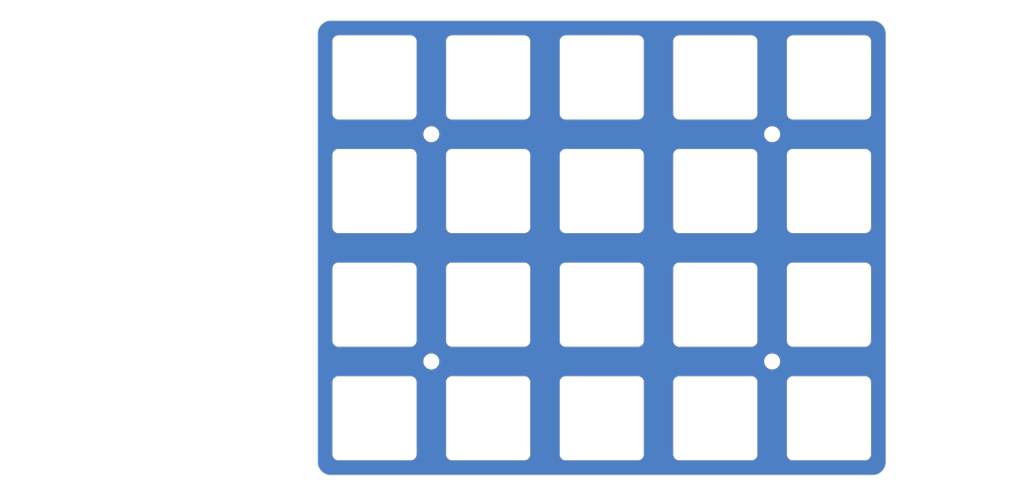
<source format=kicad_pcb>
(kicad_pcb (version 20241229) (generator "pcbnew") (generator_version "9.0")
  (layers (0 "F.Cu" signal) (2 "B.Cu" signal) (13 "F.Paste" user) (15 "B.Paste" user) (5 "F.SilkS" user "F.Silkscreen") (7 "B.SilkS" user "B.Silkscreen") (1 "F.Mask" user) (3 "B.Mask" user) (25 "Edge.Cuts" user))
  (net 0 "")
  (footprint "DreaM117er-keebLibrary:SW_Keyboard_Hole_1.00u" (layer "F.Cu") (at 173.849676 76.624911)
    (property "Reference" "L19" (hide yes))
    (property "Value" "Key_edge")
    (fp_line (start -7.049978 -6.049978) (end -7.049978 6.049978) (stroke (width 0.05)) (layer "Edge.Cuts"))
    (fp_line (start -6.049978 -7.049978) (end 6.049978 -7.049978) (stroke (width 0.05)) (layer "Edge.Cuts"))
    (fp_line (start -6.049978 7.049978) (end 6.049978 7.049978) (stroke (width 0.05)) (layer "Edge.Cuts"))
    (fp_line (start 7.049978 -6.049978) (end 7.049978 6.049978) (stroke (width 0.05)) (layer "Edge.Cuts"))
    (fp_arc (start -7.049978 -6.049978) (mid -6.757085 -6.757085) (end -6.049978 -7.049978) (stroke (width 0.05)) (layer "Edge.Cuts"))
    (fp_arc (start -6.049978 7.049978) (mid -6.757085 6.757085) (end -7.049978 6.049978) (stroke (width 0.05)) (layer "Edge.Cuts"))
    (fp_arc (start 6.049978 -7.049978) (mid 6.757085 -6.757085) (end 7.049978 -6.049978) (stroke (width 0.05)) (layer "Edge.Cuts"))
    (fp_arc (start 7.049978 6.049978) (mid 6.757085 6.757085) (end 6.049978 7.049978) (stroke (width 0.05)) (layer "Edge.Cuts"))
  )
  (footprint "MountingHole:MountingHole_2.2mm_M2" (layer "F.Cu") (at 164.325 86.15)
    (property "Reference" "H4" (hide yes))
    (property "Value" "M2")
    (pad "" np_thru_hole circle (at 0 0) (size 2.2 2.2) (drill 2.2) (layers "*.Cu" "*.Mask"))
  )
  (footprint "DreaM117er-keebLibrary:SW_Keyboard_Hole_1.00u" (layer "F.Cu") (at 97.649676 57.574911)
    (property "Reference" "L2" (hide yes))
    (property "Value" "Key_edge")
    (fp_line (start -7.049978 -6.049978) (end -7.049978 6.049978) (stroke (width 0.05)) (layer "Edge.Cuts"))
    (fp_line (start -6.049978 -7.049978) (end 6.049978 -7.049978) (stroke (width 0.05)) (layer "Edge.Cuts"))
    (fp_line (start -6.049978 7.049978) (end 6.049978 7.049978) (stroke (width 0.05)) (layer "Edge.Cuts"))
    (fp_line (start 7.049978 -6.049978) (end 7.049978 6.049978) (stroke (width 0.05)) (layer "Edge.Cuts"))
    (fp_arc (start -7.049978 -6.049978) (mid -6.757085 -6.757085) (end -6.049978 -7.049978) (stroke (width 0.05)) (layer "Edge.Cuts"))
    (fp_arc (start -6.049978 7.049978) (mid -6.757085 6.757085) (end -7.049978 6.049978) (stroke (width 0.05)) (layer "Edge.Cuts"))
    (fp_arc (start 6.049978 -7.049978) (mid 6.757085 -6.757085) (end 7.049978 -6.049978) (stroke (width 0.05)) (layer "Edge.Cuts"))
    (fp_arc (start 7.049978 6.049978) (mid 6.757085 6.757085) (end 6.049978 7.049978) (stroke (width 0.05)) (layer "Edge.Cuts"))
  )
  (footprint "DreaM117er-keebLibrary:SW_Keyboard_Hole_1.00u" (layer "F.Cu") (at 154.799676 57.574911)
    (property "Reference" "L14" (hide yes))
    (property "Value" "Key_edge")
    (fp_line (start -7.049978 -6.049978) (end -7.049978 6.049978) (stroke (width 0.05)) (layer "Edge.Cuts"))
    (fp_line (start -6.049978 -7.049978) (end 6.049978 -7.049978) (stroke (width 0.05)) (layer "Edge.Cuts"))
    (fp_line (start -6.049978 7.049978) (end 6.049978 7.049978) (stroke (width 0.05)) (layer "Edge.Cuts"))
    (fp_line (start 7.049978 -6.049978) (end 7.049978 6.049978) (stroke (width 0.05)) (layer "Edge.Cuts"))
    (fp_arc (start -7.049978 -6.049978) (mid -6.757085 -6.757085) (end -6.049978 -7.049978) (stroke (width 0.05)) (layer "Edge.Cuts"))
    (fp_arc (start -6.049978 7.049978) (mid -6.757085 6.757085) (end -7.049978 6.049978) (stroke (width 0.05)) (layer "Edge.Cuts"))
    (fp_arc (start 6.049978 -7.049978) (mid 6.757085 -6.757085) (end 7.049978 -6.049978) (stroke (width 0.05)) (layer "Edge.Cuts"))
    (fp_arc (start 7.049978 6.049978) (mid 6.757085 6.757085) (end 6.049978 7.049978) (stroke (width 0.05)) (layer "Edge.Cuts"))
  )
  (footprint "DreaM117er-keebLibrary:SW_Keyboard_Hole_1.00u" (layer "F.Cu") (at 116.699676 76.624911)
    (property "Reference" "L7" (hide yes))
    (property "Value" "Key_edge")
    (fp_line (start -7.049978 -6.049978) (end -7.049978 6.049978) (stroke (width 0.05)) (layer "Edge.Cuts"))
    (fp_line (start -6.049978 -7.049978) (end 6.049978 -7.049978) (stroke (width 0.05)) (layer "Edge.Cuts"))
    (fp_line (start -6.049978 7.049978) (end 6.049978 7.049978) (stroke (width 0.05)) (layer "Edge.Cuts"))
    (fp_line (start 7.049978 -6.049978) (end 7.049978 6.049978) (stroke (width 0.05)) (layer "Edge.Cuts"))
    (fp_arc (start -7.049978 -6.049978) (mid -6.757085 -6.757085) (end -6.049978 -7.049978) (stroke (width 0.05)) (layer "Edge.Cuts"))
    (fp_arc (start -6.049978 7.049978) (mid -6.757085 6.757085) (end -7.049978 6.049978) (stroke (width 0.05)) (layer "Edge.Cuts"))
    (fp_arc (start 6.049978 -7.049978) (mid 6.757085 -6.757085) (end 7.049978 -6.049978) (stroke (width 0.05)) (layer "Edge.Cuts"))
    (fp_arc (start 7.049978 6.049978) (mid 6.757085 6.757085) (end 6.049978 7.049978) (stroke (width 0.05)) (layer "Edge.Cuts"))
  )
  (footprint "DreaM117er-keebLibrary:SW_Keyboard_Hole_1.00u" (layer "F.Cu") (at 154.799676 95.674911)
    (property "Reference" "L16" (hide yes))
    (property "Value" "Key_edge")
    (fp_line (start -7.049978 -6.049978) (end -7.049978 6.049978) (stroke (width 0.05)) (layer "Edge.Cuts"))
    (fp_line (start -6.049978 -7.049978) (end 6.049978 -7.049978) (stroke (width 0.05)) (layer "Edge.Cuts"))
    (fp_line (start -6.049978 7.049978) (end 6.049978 7.049978) (stroke (width 0.05)) (layer "Edge.Cuts"))
    (fp_line (start 7.049978 -6.049978) (end 7.049978 6.049978) (stroke (width 0.05)) (layer "Edge.Cuts"))
    (fp_arc (start -7.049978 -6.049978) (mid -6.757085 -6.757085) (end -6.049978 -7.049978) (stroke (width 0.05)) (layer "Edge.Cuts"))
    (fp_arc (start -6.049978 7.049978) (mid -6.757085 6.757085) (end -7.049978 6.049978) (stroke (width 0.05)) (layer "Edge.Cuts"))
    (fp_arc (start 6.049978 -7.049978) (mid 6.757085 -6.757085) (end 7.049978 -6.049978) (stroke (width 0.05)) (layer "Edge.Cuts"))
    (fp_arc (start 7.049978 6.049978) (mid 6.757085 6.757085) (end 6.049978 7.049978) (stroke (width 0.05)) (layer "Edge.Cuts"))
  )
  (footprint "DreaM117er-keebLibrary:SW_Keyboard_Hole_1.00u" (layer "F.Cu") (at 135.749676 57.574911)
    (property "Reference" "L10" (hide yes))
    (property "Value" "Key_edge")
    (fp_line (start -7.049978 -6.049978) (end -7.049978 6.049978) (stroke (width 0.05)) (layer "Edge.Cuts"))
    (fp_line (start -6.049978 -7.049978) (end 6.049978 -7.049978) (stroke (width 0.05)) (layer "Edge.Cuts"))
    (fp_line (start -6.049978 7.049978) (end 6.049978 7.049978) (stroke (width 0.05)) (layer "Edge.Cuts"))
    (fp_line (start 7.049978 -6.049978) (end 7.049978 6.049978) (stroke (width 0.05)) (layer "Edge.Cuts"))
    (fp_arc (start -7.049978 -6.049978) (mid -6.757085 -6.757085) (end -6.049978 -7.049978) (stroke (width 0.05)) (layer "Edge.Cuts"))
    (fp_arc (start -6.049978 7.049978) (mid -6.757085 6.757085) (end -7.049978 6.049978) (stroke (width 0.05)) (layer "Edge.Cuts"))
    (fp_arc (start 6.049978 -7.049978) (mid 6.757085 -6.757085) (end 7.049978 -6.049978) (stroke (width 0.05)) (layer "Edge.Cuts"))
    (fp_arc (start 7.049978 6.049978) (mid 6.757085 6.757085) (end 6.049978 7.049978) (stroke (width 0.05)) (layer "Edge.Cuts"))
  )
  (footprint "DreaM117er-keebLibrary:SW_Keyboard_Hole_1.00u" (layer "F.Cu") (at 173.849676 95.674911)
    (property "Reference" "L20" (hide yes))
    (property "Value" "Key_edge")
    (fp_line (start -7.049978 -6.049978) (end -7.049978 6.049978) (stroke (width 0.05)) (layer "Edge.Cuts"))
    (fp_line (start -6.049978 -7.049978) (end 6.049978 -7.049978) (stroke (width 0.05)) (layer "Edge.Cuts"))
    (fp_line (start -6.049978 7.049978) (end 6.049978 7.049978) (stroke (width 0.05)) (layer "Edge.Cuts"))
    (fp_line (start 7.049978 -6.049978) (end 7.049978 6.049978) (stroke (width 0.05)) (layer "Edge.Cuts"))
    (fp_arc (start -7.049978 -6.049978) (mid -6.757085 -6.757085) (end -6.049978 -7.049978) (stroke (width 0.05)) (layer "Edge.Cuts"))
    (fp_arc (start -6.049978 7.049978) (mid -6.757085 6.757085) (end -7.049978 6.049978) (stroke (width 0.05)) (layer "Edge.Cuts"))
    (fp_arc (start 6.049978 -7.049978) (mid 6.757085 -6.757085) (end 7.049978 -6.049978) (stroke (width 0.05)) (layer "Edge.Cuts"))
    (fp_arc (start 7.049978 6.049978) (mid 6.757085 6.757085) (end 6.049978 7.049978) (stroke (width 0.05)) (layer "Edge.Cuts"))
  )
  (footprint "MountingHole:MountingHole_2.2mm_M2" (layer "F.Cu") (at 107.175 48.05)
    (property "Reference" "H1" (hide yes))
    (property "Value" "M2")
    (pad "" np_thru_hole circle (at 0 0) (size 2.2 2.2) (drill 2.2) (layers "*.Cu" "*.Mask"))
  )
  (footprint "DreaM117er-keebLibrary:SW_Keyboard_Hole_1.00u" (layer "F.Cu") (at 173.849676 57.574911)
    (property "Reference" "L18" (hide yes))
    (property "Value" "Key_edge")
    (fp_line (start -7.049978 -6.049978) (end -7.049978 6.049978) (stroke (width 0.05)) (layer "Edge.Cuts"))
    (fp_line (start -6.049978 -7.049978) (end 6.049978 -7.049978) (stroke (width 0.05)) (layer "Edge.Cuts"))
    (fp_line (start -6.049978 7.049978) (end 6.049978 7.049978) (stroke (width 0.05)) (layer "Edge.Cuts"))
    (fp_line (start 7.049978 -6.049978) (end 7.049978 6.049978) (stroke (width 0.05)) (layer "Edge.Cuts"))
    (fp_arc (start -7.049978 -6.049978) (mid -6.757085 -6.757085) (end -6.049978 -7.049978) (stroke (width 0.05)) (layer "Edge.Cuts"))
    (fp_arc (start -6.049978 7.049978) (mid -6.757085 6.757085) (end -7.049978 6.049978) (stroke (width 0.05)) (layer "Edge.Cuts"))
    (fp_arc (start 6.049978 -7.049978) (mid 6.757085 -6.757085) (end 7.049978 -6.049978) (stroke (width 0.05)) (layer "Edge.Cuts"))
    (fp_arc (start 7.049978 6.049978) (mid 6.757085 6.757085) (end 6.049978 7.049978) (stroke (width 0.05)) (layer "Edge.Cuts"))
  )
  (footprint "MountingHole:MountingHole_2.2mm_M2" (layer "F.Cu") (at 107.175 86.15)
    (property "Reference" "H2" (hide yes))
    (property "Value" "M2")
    (pad "" np_thru_hole circle (at 0 0) (size 2.2 2.2) (drill 2.2) (layers "*.Cu" "*.Mask"))
  )
  (footprint "DreaM117er-keebLibrary:SW_Keyboard_Hole_1.00u" (layer "F.Cu") (at 97.649676 95.674911)
    (property "Reference" "L4" (hide yes))
    (property "Value" "Key_edge")
    (fp_line (start -7.049978 -6.049978) (end -7.049978 6.049978) (stroke (width 0.05)) (layer "Edge.Cuts"))
    (fp_line (start -6.049978 -7.049978) (end 6.049978 -7.049978) (stroke (width 0.05)) (layer "Edge.Cuts"))
    (fp_line (start -6.049978 7.049978) (end 6.049978 7.049978) (stroke (width 0.05)) (layer "Edge.Cuts"))
    (fp_line (start 7.049978 -6.049978) (end 7.049978 6.049978) (stroke (width 0.05)) (layer "Edge.Cuts"))
    (fp_arc (start -7.049978 -6.049978) (mid -6.757085 -6.757085) (end -6.049978 -7.049978) (stroke (width 0.05)) (layer "Edge.Cuts"))
    (fp_arc (start -6.049978 7.049978) (mid -6.757085 6.757085) (end -7.049978 6.049978) (stroke (width 0.05)) (layer "Edge.Cuts"))
    (fp_arc (start 6.049978 -7.049978) (mid 6.757085 -6.757085) (end 7.049978 -6.049978) (stroke (width 0.05)) (layer "Edge.Cuts"))
    (fp_arc (start 7.049978 6.049978) (mid 6.757085 6.757085) (end 6.049978 7.049978) (stroke (width 0.05)) (layer "Edge.Cuts"))
  )
  (footprint "DreaM117er-keebLibrary:SW_Keyboard_Hole_1.00u" (layer "F.Cu") (at 154.799676 38.524911)
    (property "Reference" "L13" (hide yes))
    (property "Value" "Key_edge")
    (fp_line (start -7.049978 -6.049978) (end -7.049978 6.049978) (stroke (width 0.05)) (layer "Edge.Cuts"))
    (fp_line (start -6.049978 -7.049978) (end 6.049978 -7.049978) (stroke (width 0.05)) (layer "Edge.Cuts"))
    (fp_line (start -6.049978 7.049978) (end 6.049978 7.049978) (stroke (width 0.05)) (layer "Edge.Cuts"))
    (fp_line (start 7.049978 -6.049978) (end 7.049978 6.049978) (stroke (width 0.05)) (layer "Edge.Cuts"))
    (fp_arc (start -7.049978 -6.049978) (mid -6.757085 -6.757085) (end -6.049978 -7.049978) (stroke (width 0.05)) (layer "Edge.Cuts"))
    (fp_arc (start -6.049978 7.049978) (mid -6.757085 6.757085) (end -7.049978 6.049978) (stroke (width 0.05)) (layer "Edge.Cuts"))
    (fp_arc (start 6.049978 -7.049978) (mid 6.757085 -6.757085) (end 7.049978 -6.049978) (stroke (width 0.05)) (layer "Edge.Cuts"))
    (fp_arc (start 7.049978 6.049978) (mid 6.757085 6.757085) (end 6.049978 7.049978) (stroke (width 0.05)) (layer "Edge.Cuts"))
  )
  (footprint "DreaM117er-keebLibrary:SW_Keyboard_Hole_1.00u" (layer "F.Cu") (at 116.699676 57.574911)
    (property "Reference" "L6" (hide yes))
    (property "Value" "Key_edge")
    (fp_line (start -7.049978 -6.049978) (end -7.049978 6.049978) (stroke (width 0.05)) (layer "Edge.Cuts"))
    (fp_line (start -6.049978 -7.049978) (end 6.049978 -7.049978) (stroke (width 0.05)) (layer "Edge.Cuts"))
    (fp_line (start -6.049978 7.049978) (end 6.049978 7.049978) (stroke (width 0.05)) (layer "Edge.Cuts"))
    (fp_line (start 7.049978 -6.049978) (end 7.049978 6.049978) (stroke (width 0.05)) (layer "Edge.Cuts"))
    (fp_arc (start -7.049978 -6.049978) (mid -6.757085 -6.757085) (end -6.049978 -7.049978) (stroke (width 0.05)) (layer "Edge.Cuts"))
    (fp_arc (start -6.049978 7.049978) (mid -6.757085 6.757085) (end -7.049978 6.049978) (stroke (width 0.05)) (layer "Edge.Cuts"))
    (fp_arc (start 6.049978 -7.049978) (mid 6.757085 -6.757085) (end 7.049978 -6.049978) (stroke (width 0.05)) (layer "Edge.Cuts"))
    (fp_arc (start 7.049978 6.049978) (mid 6.757085 6.757085) (end 6.049978 7.049978) (stroke (width 0.05)) (layer "Edge.Cuts"))
  )
  (footprint "DreaM117er-keebLibrary:SW_Keyboard_Hole_1.00u" (layer "F.Cu") (at 97.649676 38.524911)
    (property "Reference" "L1" (hide yes))
    (property "Value" "Key_edge")
    (fp_line (start -7.049978 -6.049978) (end -7.049978 6.049978) (stroke (width 0.05)) (layer "Edge.Cuts"))
    (fp_line (start -6.049978 -7.049978) (end 6.049978 -7.049978) (stroke (width 0.05)) (layer "Edge.Cuts"))
    (fp_line (start -6.049978 7.049978) (end 6.049978 7.049978) (stroke (width 0.05)) (layer "Edge.Cuts"))
    (fp_line (start 7.049978 -6.049978) (end 7.049978 6.049978) (stroke (width 0.05)) (layer "Edge.Cuts"))
    (fp_arc (start -7.049978 -6.049978) (mid -6.757085 -6.757085) (end -6.049978 -7.049978) (stroke (width 0.05)) (layer "Edge.Cuts"))
    (fp_arc (start -6.049978 7.049978) (mid -6.757085 6.757085) (end -7.049978 6.049978) (stroke (width 0.05)) (layer "Edge.Cuts"))
    (fp_arc (start 6.049978 -7.049978) (mid 6.757085 -6.757085) (end 7.049978 -6.049978) (stroke (width 0.05)) (layer "Edge.Cuts"))
    (fp_arc (start 7.049978 6.049978) (mid 6.757085 6.757085) (end 6.049978 7.049978) (stroke (width 0.05)) (layer "Edge.Cuts"))
  )
  (footprint "DreaM117er-keebLibrary:SW_Keyboard_Hole_1.00u" (layer "F.Cu") (at 173.849676 38.524911)
    (property "Reference" "L17" (hide yes))
    (property "Value" "Key_edge")
    (fp_line (start -7.049978 -6.049978) (end -7.049978 6.049978) (stroke (width 0.05)) (layer "Edge.Cuts"))
    (fp_line (start -6.049978 -7.049978) (end 6.049978 -7.049978) (stroke (width 0.05)) (layer "Edge.Cuts"))
    (fp_line (start -6.049978 7.049978) (end 6.049978 7.049978) (stroke (width 0.05)) (layer "Edge.Cuts"))
    (fp_line (start 7.049978 -6.049978) (end 7.049978 6.049978) (stroke (width 0.05)) (layer "Edge.Cuts"))
    (fp_arc (start -7.049978 -6.049978) (mid -6.757085 -6.757085) (end -6.049978 -7.049978) (stroke (width 0.05)) (layer "Edge.Cuts"))
    (fp_arc (start -6.049978 7.049978) (mid -6.757085 6.757085) (end -7.049978 6.049978) (stroke (width 0.05)) (layer "Edge.Cuts"))
    (fp_arc (start 6.049978 -7.049978) (mid 6.757085 -6.757085) (end 7.049978 -6.049978) (stroke (width 0.05)) (layer "Edge.Cuts"))
    (fp_arc (start 7.049978 6.049978) (mid 6.757085 6.757085) (end 6.049978 7.049978) (stroke (width 0.05)) (layer "Edge.Cuts"))
  )
  (footprint "DreaM117er-keebLibrary:SW_Keyboard_Hole_1.00u" (layer "F.Cu") (at 116.699676 38.524911)
    (property "Reference" "L5" (hide yes))
    (property "Value" "Key_edge")
    (fp_line (start -7.049978 -6.049978) (end -7.049978 6.049978) (stroke (width 0.05)) (layer "Edge.Cuts"))
    (fp_line (start -6.049978 -7.049978) (end 6.049978 -7.049978) (stroke (width 0.05)) (layer "Edge.Cuts"))
    (fp_line (start -6.049978 7.049978) (end 6.049978 7.049978) (stroke (width 0.05)) (layer "Edge.Cuts"))
    (fp_line (start 7.049978 -6.049978) (end 7.049978 6.049978) (stroke (width 0.05)) (layer "Edge.Cuts"))
    (fp_arc (start -7.049978 -6.049978) (mid -6.757085 -6.757085) (end -6.049978 -7.049978) (stroke (width 0.05)) (layer "Edge.Cuts"))
    (fp_arc (start -6.049978 7.049978) (mid -6.757085 6.757085) (end -7.049978 6.049978) (stroke (width 0.05)) (layer "Edge.Cuts"))
    (fp_arc (start 6.049978 -7.049978) (mid 6.757085 -6.757085) (end 7.049978 -6.049978) (stroke (width 0.05)) (layer "Edge.Cuts"))
    (fp_arc (start 7.049978 6.049978) (mid 6.757085 6.757085) (end 6.049978 7.049978) (stroke (width 0.05)) (layer "Edge.Cuts"))
  )
  (footprint "MountingHole:MountingHole_2.2mm_M2" (layer "F.Cu") (at 164.325 48.05)
    (property "Reference" "H3" (hide yes))
    (property "Value" "M2")
    (pad "" np_thru_hole circle (at 0 0) (size 2.2 2.2) (drill 2.2) (layers "*.Cu" "*.Mask"))
  )
  (footprint "DreaM117er-keebLibrary:SW_Keyboard_Hole_1.00u" (layer "F.Cu") (at 97.649676 76.624911)
    (property "Reference" "L3" (hide yes))
    (property "Value" "Key_edge")
    (fp_line (start -7.049978 -6.049978) (end -7.049978 6.049978) (stroke (width 0.05)) (layer "Edge.Cuts"))
    (fp_line (start -6.049978 -7.049978) (end 6.049978 -7.049978) (stroke (width 0.05)) (layer "Edge.Cuts"))
    (fp_line (start -6.049978 7.049978) (end 6.049978 7.049978) (stroke (width 0.05)) (layer "Edge.Cuts"))
    (fp_line (start 7.049978 -6.049978) (end 7.049978 6.049978) (stroke (width 0.05)) (layer "Edge.Cuts"))
    (fp_arc (start -7.049978 -6.049978) (mid -6.757085 -6.757085) (end -6.049978 -7.049978) (stroke (width 0.05)) (layer "Edge.Cuts"))
    (fp_arc (start -6.049978 7.049978) (mid -6.757085 6.757085) (end -7.049978 6.049978) (stroke (width 0.05)) (layer "Edge.Cuts"))
    (fp_arc (start 6.049978 -7.049978) (mid 6.757085 -6.757085) (end 7.049978 -6.049978) (stroke (width 0.05)) (layer "Edge.Cuts"))
    (fp_arc (start 7.049978 6.049978) (mid 6.757085 6.757085) (end 6.049978 7.049978) (stroke (width 0.05)) (layer "Edge.Cuts"))
  )
  (footprint "DreaM117er-keebLibrary:SW_Keyboard_Hole_1.00u" (layer "F.Cu") (at 135.749676 95.674911)
    (property "Reference" "L12" (hide yes))
    (property "Value" "Key_edge")
    (fp_line (start -7.049978 -6.049978) (end -7.049978 6.049978) (stroke (width 0.05)) (layer "Edge.Cuts"))
    (fp_line (start -6.049978 -7.049978) (end 6.049978 -7.049978) (stroke (width 0.05)) (layer "Edge.Cuts"))
    (fp_line (start -6.049978 7.049978) (end 6.049978 7.049978) (stroke (width 0.05)) (layer "Edge.Cuts"))
    (fp_line (start 7.049978 -6.049978) (end 7.049978 6.049978) (stroke (width 0.05)) (layer "Edge.Cuts"))
    (fp_arc (start -7.049978 -6.049978) (mid -6.757085 -6.757085) (end -6.049978 -7.049978) (stroke (width 0.05)) (layer "Edge.Cuts"))
    (fp_arc (start -6.049978 7.049978) (mid -6.757085 6.757085) (end -7.049978 6.049978) (stroke (width 0.05)) (layer "Edge.Cuts"))
    (fp_arc (start 6.049978 -7.049978) (mid 6.757085 -6.757085) (end 7.049978 -6.049978) (stroke (width 0.05)) (layer "Edge.Cuts"))
    (fp_arc (start 7.049978 6.049978) (mid 6.757085 6.757085) (end 6.049978 7.049978) (stroke (width 0.05)) (layer "Edge.Cuts"))
  )
  (footprint "DreaM117er-keebLibrary:SW_Keyboard_Hole_1.00u" (layer "F.Cu") (at 135.749676 38.524911)
    (property "Reference" "L9" (hide yes))
    (property "Value" "Key_edge")
    (fp_line (start -7.049978 -6.049978) (end -7.049978 6.049978) (stroke (width 0.05)) (layer "Edge.Cuts"))
    (fp_line (start -6.049978 -7.049978) (end 6.049978 -7.049978) (stroke (width 0.05)) (layer "Edge.Cuts"))
    (fp_line (start -6.049978 7.049978) (end 6.049978 7.049978) (stroke (width 0.05)) (layer "Edge.Cuts"))
    (fp_line (start 7.049978 -6.049978) (end 7.049978 6.049978) (stroke (width 0.05)) (layer "Edge.Cuts"))
    (fp_arc (start -7.049978 -6.049978) (mid -6.757085 -6.757085) (end -6.049978 -7.049978) (stroke (width 0.05)) (layer "Edge.Cuts"))
    (fp_arc (start -6.049978 7.049978) (mid -6.757085 6.757085) (end -7.049978 6.049978) (stroke (width 0.05)) (layer "Edge.Cuts"))
    (fp_arc (start 6.049978 -7.049978) (mid 6.757085 -6.757085) (end 7.049978 -6.049978) (stroke (width 0.05)) (layer "Edge.Cuts"))
    (fp_arc (start 7.049978 6.049978) (mid 6.757085 6.757085) (end 6.049978 7.049978) (stroke (width 0.05)) (layer "Edge.Cuts"))
  )
  (footprint "DreaM117er-keebLibrary:SW_Keyboard_Hole_1.00u" (layer "F.Cu") (at 135.749676 76.624911)
    (property "Reference" "L11" (hide yes))
    (property "Value" "Key_edge")
    (fp_line (start -7.049978 -6.049978) (end -7.049978 6.049978) (stroke (width 0.05)) (layer "Edge.Cuts"))
    (fp_line (start -6.049978 -7.049978) (end 6.049978 -7.049978) (stroke (width 0.05)) (layer "Edge.Cuts"))
    (fp_line (start -6.049978 7.049978) (end 6.049978 7.049978) (stroke (width 0.05)) (layer "Edge.Cuts"))
    (fp_line (start 7.049978 -6.049978) (end 7.049978 6.049978) (stroke (width 0.05)) (layer "Edge.Cuts"))
    (fp_arc (start -7.049978 -6.049978) (mid -6.757085 -6.757085) (end -6.049978 -7.049978) (stroke (width 0.05)) (layer "Edge.Cuts"))
    (fp_arc (start -6.049978 7.049978) (mid -6.757085 6.757085) (end -7.049978 6.049978) (stroke (width 0.05)) (layer "Edge.Cuts"))
    (fp_arc (start 6.049978 -7.049978) (mid 6.757085 -6.757085) (end 7.049978 -6.049978) (stroke (width 0.05)) (layer "Edge.Cuts"))
    (fp_arc (start 7.049978 6.049978) (mid 6.757085 6.757085) (end 6.049978 7.049978) (stroke (width 0.05)) (layer "Edge.Cuts"))
  )
  (footprint "DreaM117er-keebLibrary:SW_Keyboard_Hole_1.00u" (layer "F.Cu") (at 116.699676 95.674911)
    (property "Reference" "L8" (hide yes))
    (property "Value" "Key_edge")
    (fp_line (start -7.049978 -6.049978) (end -7.049978 6.049978) (stroke (width 0.05)) (layer "Edge.Cuts"))
    (fp_line (start -6.049978 -7.049978) (end 6.049978 -7.049978) (stroke (width 0.05)) (layer "Edge.Cuts"))
    (fp_line (start -6.049978 7.049978) (end 6.049978 7.049978) (stroke (width 0.05)) (layer "Edge.Cuts"))
    (fp_line (start 7.049978 -6.049978) (end 7.049978 6.049978) (stroke (width 0.05)) (layer "Edge.Cuts"))
    (fp_arc (start -7.049978 -6.049978) (mid -6.757085 -6.757085) (end -6.049978 -7.049978) (stroke (width 0.05)) (layer "Edge.Cuts"))
    (fp_arc (start -6.049978 7.049978) (mid -6.757085 6.757085) (end -7.049978 6.049978) (stroke (width 0.05)) (layer "Edge.Cuts"))
    (fp_arc (start 6.049978 -7.049978) (mid 6.757085 -6.757085) (end 7.049978 -6.049978) (stroke (width 0.05)) (layer "Edge.Cuts"))
    (fp_arc (start 7.049978 6.049978) (mid 6.757085 6.757085) (end 6.049978 7.049978) (stroke (width 0.05)) (layer "Edge.Cuts"))
  )
  (footprint "DreaM117er-keebLibrary:SW_Keyboard_Hole_1.00u" (layer "F.Cu") (at 154.799676 76.624911)
    (property "Reference" "L15" (hide yes))
    (property "Value" "Key_edge")
    (fp_line (start -7.049978 -6.049978) (end -7.049978 6.049978) (stroke (width 0.05)) (layer "Edge.Cuts"))
    (fp_line (start -6.049978 -7.049978) (end 6.049978 -7.049978) (stroke (width 0.05)) (layer "Edge.Cuts"))
    (fp_line (start -6.049978 7.049978) (end 6.049978 7.049978) (stroke (width 0.05)) (layer "Edge.Cuts"))
    (fp_line (start 7.049978 -6.049978) (end 7.049978 6.049978) (stroke (width 0.05)) (layer "Edge.Cuts"))
    (fp_arc (start -7.049978 -6.049978) (mid -6.757085 -6.757085) (end -6.049978 -7.049978) (stroke (width 0.05)) (layer "Edge.Cuts"))
    (fp_arc (start -6.049978 7.049978) (mid -6.757085 6.757085) (end -7.049978 6.049978) (stroke (width 0.05)) (layer "Edge.Cuts"))
    (fp_arc (start 6.049978 -7.049978) (mid 6.757085 -6.757085) (end 7.049978 -6.049978) (stroke (width 0.05)) (layer "Edge.Cuts"))
    (fp_arc (start 7.049978 6.049978) (mid 6.757085 6.757085) (end 6.049978 7.049978) (stroke (width 0.05)) (layer "Edge.Cuts"))
  )
  (gr_arc (start 181.174676 28.999911) (mid 182.730311 29.644276) (end 183.374676 31.199911) (stroke (width 0.1)) (layer "Edge.Cuts"))
  (gr_line (start 88.124677 31.199911) (end 88.124676 102.999911) (stroke (width 0.1)) (layer "Edge.Cuts"))
  (gr_line (start 181.174676 28.999911) (end 90.324676 28.999911) (stroke (width 0.1)) (layer "Edge.Cuts"))
  (gr_line (start 183.374676 102.9999) (end 183.374676 31.207463) (stroke (width 0.1)) (layer "Edge.Cuts"))
  (gr_arc (start 183.374676 102.999911) (mid 182.730311 104.555546) (end 181.174676 105.199911) (stroke (width 0.1)) (layer "Edge.Cuts"))
  (gr_arc (start 90.324676 105.199911) (mid 88.769041 104.555546) (end 88.124676 102.999911) (stroke (width 0.1)) (layer "Edge.Cuts"))
  (gr_arc (start 88.124676 31.199911) (mid 88.769041 29.644276) (end 90.324676 28.999911) (stroke (width 0.1)) (layer "Edge.Cuts"))
  (gr_line (start 90.3247 105.199911) (end 181.174676 105.199911) (stroke (width 0.1)) (layer "Edge.Cuts"))
  (zone (net 0) (net_name "") (layers "F.Cu" "B.Cu") (connect_pads (clearance 0.5)) (min_thickness 0.25) (fill yes (thermal_gap 0.5) (thermal_bridge_width 0.5) (island_removal_mode 1) (island_area_min 10))
    (polygon (pts (xy 34.85 25.54) (xy 34.85 108.17) (xy 206.22 108.4) (xy 206.56 25.66)))
  )
)
</source>
